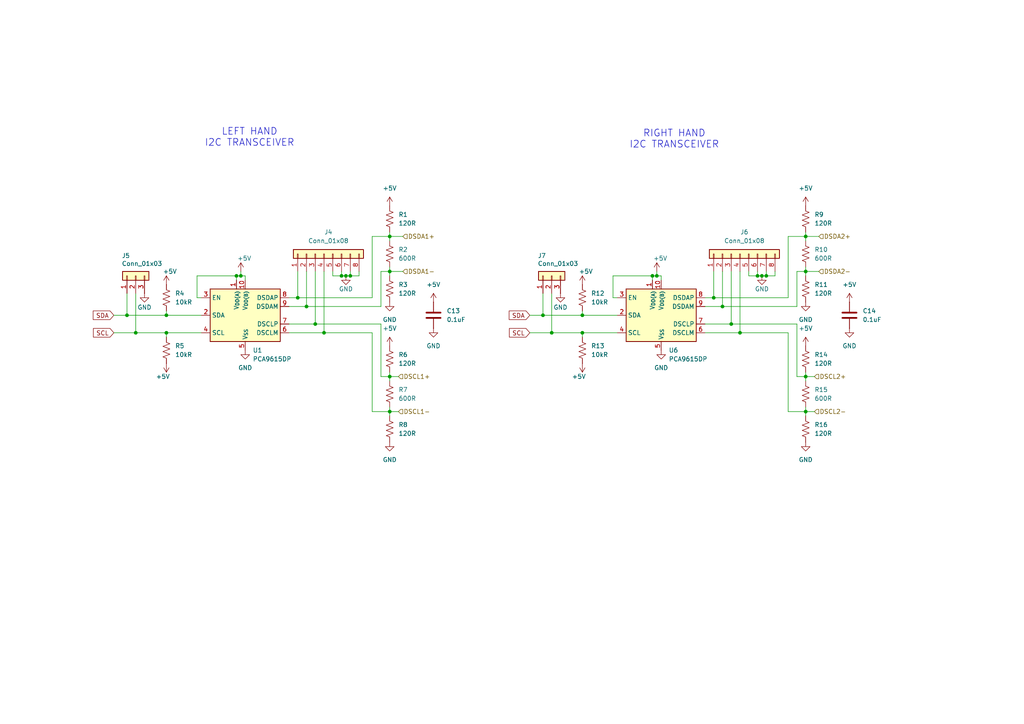
<source format=kicad_sch>
(kicad_sch (version 20231120) (generator "eeschema") (generator_version "8.0")
  (paper "A4")
  (lib_symbols
    (symbol "Connector_Generic:Conn_01x03" (pin_names (offset 1.016) hide)
      (property "Reference" "J" (at 0 5.08 0))
      (property "Value" "Conn_01x03" (at 0 -5.08 0))
      (symbol "Conn_01x03_1_1"
        (rectangle (start -1.27 -2.413) (end 0 -2.667) (stroke (width 0.1524)))
        (rectangle (start -1.27 0.127) (end 0 -0.127) (stroke (width 0.1524)))
        (rectangle (start -1.27 2.667) (end 0 2.413) (stroke (width 0.1524)))
        (rectangle (start -1.27 3.81) (end 1.27 -3.81) (stroke (width 0.254)) (fill (type background)))
        (pin passive line (at -5.08 2.54 0) (length 3.81) (name "Pin_1") (number "1"))
        (pin passive line (at -5.08 0 0) (length 3.81) (name "Pin_2") (number "2"))
        (pin passive line (at -5.08 -2.54 0) (length 3.81) (name "Pin_3") (number "3"))
      )
    )
    (symbol "Connector_Generic:Conn_01x08" (pin_names (offset 1.016) hide)
      (property "Reference" "J" (at 0 10.16 0))
      (property "Value" "Conn_01x08" (at 0 -12.7 0))
      (symbol "Conn_01x08_1_1"
        (rectangle (start -1.27 -10.033) (end 0 -10.287) (stroke (width 0.1524)))
        (rectangle (start -1.27 -7.493) (end 0 -7.747) (stroke (width 0.1524)))
        (rectangle (start -1.27 -4.953) (end 0 -5.207) (stroke (width 0.1524)))
        (rectangle (start -1.27 -2.413) (end 0 -2.667) (stroke (width 0.1524)))
        (rectangle (start -1.27 0.127) (end 0 -0.127) (stroke (width 0.1524)))
        (rectangle (start -1.27 2.667) (end 0 2.413) (stroke (width 0.1524)))
        (rectangle (start -1.27 5.207) (end 0 4.953) (stroke (width 0.1524)))
        (rectangle (start -1.27 7.747) (end 0 7.493) (stroke (width 0.1524)))
        (rectangle (start -1.27 8.89) (end 1.27 -11.43) (stroke (width 0.254)) (fill (type background)))
        (pin passive line (at -5.08 7.62 0) (length 3.81) (name "Pin_1") (number "1"))
        (pin passive line (at -5.08 5.08 0) (length 3.81) (name "Pin_2") (number "2"))
        (pin passive line (at -5.08 2.54 0) (length 3.81) (name "Pin_3") (number "3"))
        (pin passive line (at -5.08 0 0) (length 3.81) (name "Pin_4") (number "4"))
        (pin passive line (at -5.08 -2.54 0) (length 3.81) (name "Pin_5") (number "5"))
        (pin passive line (at -5.08 -5.08 0) (length 3.81) (name "Pin_6") (number "6"))
        (pin passive line (at -5.08 -7.62 0) (length 3.81) (name "Pin_7") (number "7"))
        (pin passive line (at -5.08 -10.16 0) (length 3.81) (name "Pin_8") (number "8"))
      )
    )
    (symbol "Device:C" (pin_numbers hide) (pin_names (offset 0.254))
      (property "Reference" "C" (at 0.635 2.54 0))
      (property "Value" "C" (at 0.635 -2.54 0))
      (symbol "C_0_1"
        (polyline (pts (xy -2.032 -0.762) (xy 2.032 -0.762)) (stroke (width 0.508)))
        (polyline (pts (xy -2.032 0.762) (xy 2.032 0.762)) (stroke (width 0.508)))
      )
      (symbol "C_1_1"
        (pin passive line (at 0 3.81 270) (length 2.794) (name "~") (number "1"))
        (pin passive line (at 0 -3.81 90) (length 2.794) (name "~") (number "2"))
      )
    )
    (symbol "Device:R_US" (pin_numbers hide) (pin_names (offset 0))
      (property "Reference" "R" (at 2.54 0 90))
      (property "Value" "R_US" (at -2.54 0 90))
      (symbol "R_US_0_1"
        (polyline (pts (xy 0 -2.286) (xy 0 -2.54)))
        (polyline (pts (xy 0 2.286) (xy 0 2.54)))
        (polyline (pts (xy 0 -0.762) (xy 1.016 -1.143) (xy 0 -1.524) (xy -1.016 -1.905) (xy 0 -2.286)))
        (polyline (pts (xy 0 0.762) (xy 1.016 0.381) (xy 0 0) (xy -1.016 -0.381) (xy 0 -0.762)))
        (polyline (pts (xy 0 2.286) (xy 1.016 1.905) (xy 0 1.524) (xy -1.016 1.143) (xy 0 0.762)))
      )
      (symbol "R_US_1_1"
        (pin passive line (at 0 3.81 270) (length 1.27) (name "~") (number "1"))
        (pin passive line (at 0 -3.81 90) (length 1.27) (name "~") (number "2"))
      )
    )
    (symbol "Interface:PCA9615DP"
      (property "Reference" "U" (at -10.16 8.89 0))
      (property "Value" "PCA9615DP" (at 1.27 8.89 0))
      (symbol "PCA9615DP_0_1"
        (rectangle (start -10.16 7.62) (end 10.16 -7.62) (stroke (width 0.254)) (fill (type background)))
      )
      (symbol "PCA9615DP_1_1"
        (pin power_in line (at -2.54 10.16 270) (length 2.54) (name "V_{DD(A)}") (number "1"))
        (pin power_in line (at 0 10.16 270) (length 2.54) (name "V_{DD(B)}") (number "10"))
        (pin bidirectional line (at -12.7 0 0) (length 2.54) (name "SDA") (number "2"))
        (pin input line (at -12.7 5.08 0) (length 2.54) (name "EN") (number "3"))
        (pin bidirectional line (at -12.7 -5.08 0) (length 2.54) (name "SCL") (number "4"))
        (pin power_in line (at 0 -10.16 90) (length 2.54) (name "V_{SS}") (number "5"))
        (pin bidirectional line (at 12.7 -5.08 180) (length 2.54) (name "DSCLM") (number "6"))
        (pin bidirectional line (at 12.7 -2.54 180) (length 2.54) (name "DSCLP") (number "7"))
        (pin bidirectional line (at 12.7 5.08 180) (length 2.54) (name "DSDAP") (number "8"))
        (pin bidirectional line (at 12.7 2.54 180) (length 2.54) (name "DSDAM") (number "9"))
      )
    )
    (symbol "power:+5V" (power) (pin_numbers hide) (pin_names (offset 0) hide)
      (property "Value" "+5V" (at 0 3.556 0))
      (symbol "+5V_0_1"
        (polyline (pts (xy -0.762 1.27) (xy 0 2.54)))
        (polyline (pts (xy 0 0) (xy 0 2.54)))
        (polyline (pts (xy 0 2.54) (xy 0.762 1.27)))
      )
      (symbol "+5V_1_1"
        (pin power_in line (at 0 0 90) (length 0) (name "~") (number "1"))
      )
    )
    (symbol "power:GND" (power) (pin_numbers hide) (pin_names (offset 0) hide)
      (property "Value" "GND" (at 0 -3.81 0))
      (symbol "GND_0_1"
        (polyline (pts (xy 0 0) (xy 0 -1.27) (xy 1.27 -1.27) (xy 0 -2.54) (xy -1.27 -1.27) (xy 0 -1.27)))
      )
      (symbol "GND_1_1"
        (pin power_in line (at 0 0 270) (length 0) (name "~") (number "1"))
      )
    )
  )
  (junction (at 160.02 96.52))
  (junction (at 113.03 78.74))
  (junction (at 86.36 86.36))
  (junction (at 209.55 88.9))
  (junction (at 157.48 91.44))
  (junction (at 219.71 80.01))
  (junction (at 220.98 80.01))
  (junction (at 212.09 93.98))
  (junction (at 68.58 80.01))
  (junction (at 233.68 78.74))
  (junction (at 233.68 119.38))
  (junction (at 190.5 80.01))
  (junction (at 168.91 96.52))
  (junction (at 222.25 80.01))
  (junction (at 100.33 80.01))
  (junction (at 93.98 96.52))
  (junction (at 69.85 80.01))
  (junction (at 36.83 91.44))
  (junction (at 101.6 80.01))
  (junction (at 189.23 80.01))
  (junction (at 113.03 109.22))
  (junction (at 168.91 91.44))
  (junction (at 113.03 68.58))
  (junction (at 99.06 80.01))
  (junction (at 48.26 91.44))
  (junction (at 233.68 68.58))
  (junction (at 207.01 86.36))
  (junction (at 91.44 93.98))
  (junction (at 233.68 109.22))
  (junction (at 39.37 96.52))
  (junction (at 214.63 96.52))
  (junction (at 48.26 96.52))
  (junction (at 113.03 119.38))
  (junction (at 88.9 88.9))
  (wire (pts (xy 224.79 78.74) (xy 224.79 80.01)))
  (wire (pts (xy 86.36 78.74) (xy 86.36 86.36)))
  (wire (pts (xy 190.5 78.74) (xy 190.5 80.01)))
  (wire (pts (xy 113.03 119.38) (xy 113.03 120.65)))
  (wire (pts (xy 236.22 109.22) (xy 233.68 109.22)))
  (wire (pts (xy 231.14 78.74) (xy 233.68 78.74)))
  (wire (pts (xy 100.33 80.01) (xy 99.06 80.01)))
  (wire (pts (xy 101.6 80.01) (xy 104.14 80.01)))
  (wire (pts (xy 88.9 88.9) (xy 110.49 88.9)))
  (wire (pts (xy 204.47 88.9) (xy 209.55 88.9)))
  (wire (pts (xy 113.03 68.58) (xy 116.84 68.58)))
  (wire (pts (xy 110.49 88.9) (xy 110.49 78.74)))
  (wire (pts (xy 113.03 118.11) (xy 113.03 119.38)))
  (wire (pts (xy 177.8 80.01) (xy 189.23 80.01)))
  (wire (pts (xy 222.25 78.74) (xy 222.25 80.01)))
  (wire (pts (xy 36.83 91.44) (xy 48.26 91.44)))
  (wire (pts (xy 107.95 96.52) (xy 107.95 119.38)))
  (wire (pts (xy 36.83 85.09) (xy 36.83 91.44)))
  (wire (pts (xy 91.44 93.98) (xy 110.49 93.98)))
  (wire (pts (xy 96.52 78.74) (xy 96.52 80.01)))
  (wire (pts (xy 160.02 96.52) (xy 168.91 96.52)))
  (wire (pts (xy 153.67 96.52) (xy 160.02 96.52)))
  (wire (pts (xy 190.5 80.01) (xy 191.77 80.01)))
  (wire (pts (xy 217.17 78.74) (xy 217.17 80.01)))
  (wire (pts (xy 179.07 86.36) (xy 177.8 86.36)))
  (wire (pts (xy 219.71 80.01) (xy 217.17 80.01)))
  (wire (pts (xy 93.98 78.74) (xy 93.98 96.52)))
  (wire (pts (xy 83.82 88.9) (xy 88.9 88.9)))
  (wire (pts (xy 100.33 80.01) (xy 101.6 80.01)))
  (wire (pts (xy 83.82 93.98) (xy 91.44 93.98)))
  (wire (pts (xy 107.95 68.58) (xy 113.03 68.58)))
  (wire (pts (xy 168.91 90.17) (xy 168.91 91.44)))
  (wire (pts (xy 189.23 81.28) (xy 189.23 80.01)))
  (wire (pts (xy 204.47 93.98) (xy 212.09 93.98)))
  (wire (pts (xy 110.49 78.74) (xy 113.03 78.74)))
  (wire (pts (xy 113.03 107.95) (xy 113.03 109.22)))
  (wire (pts (xy 153.67 91.44) (xy 157.48 91.44)))
  (wire (pts (xy 88.9 78.74) (xy 88.9 88.9)))
  (wire (pts (xy 157.48 85.09) (xy 157.48 91.44)))
  (wire (pts (xy 113.03 77.47) (xy 113.03 78.74)))
  (wire (pts (xy 168.91 96.52) (xy 168.91 97.79)))
  (wire (pts (xy 68.58 81.28) (xy 68.58 80.01)))
  (wire (pts (xy 209.55 78.74) (xy 209.55 88.9)))
  (wire (pts (xy 231.14 109.22) (xy 233.68 109.22)))
  (wire (pts (xy 231.14 88.9) (xy 231.14 78.74)))
  (wire (pts (xy 233.68 78.74) (xy 237.49 78.74)))
  (wire (pts (xy 189.23 80.01) (xy 190.5 80.01)))
  (wire (pts (xy 39.37 85.09) (xy 39.37 96.52)))
  (wire (pts (xy 233.68 107.95) (xy 233.68 109.22)))
  (wire (pts (xy 110.49 93.98) (xy 110.49 109.22)))
  (wire (pts (xy 33.02 96.52) (xy 39.37 96.52)))
  (wire (pts (xy 233.68 77.47) (xy 233.68 78.74)))
  (wire (pts (xy 207.01 86.36) (xy 228.6 86.36)))
  (wire (pts (xy 214.63 96.52) (xy 228.6 96.52)))
  (wire (pts (xy 115.57 109.22) (xy 113.03 109.22)))
  (wire (pts (xy 228.6 119.38) (xy 233.68 119.38)))
  (wire (pts (xy 57.15 86.36) (xy 57.15 80.01)))
  (wire (pts (xy 113.03 78.74) (xy 113.03 80.01)))
  (wire (pts (xy 222.25 80.01) (xy 224.79 80.01)))
  (wire (pts (xy 107.95 119.38) (xy 113.03 119.38)))
  (wire (pts (xy 107.95 86.36) (xy 107.95 68.58)))
  (wire (pts (xy 233.68 119.38) (xy 233.68 120.65)))
  (wire (pts (xy 69.85 78.74) (xy 69.85 80.01)))
  (wire (pts (xy 191.77 80.01) (xy 191.77 81.28)))
  (wire (pts (xy 168.91 96.52) (xy 179.07 96.52)))
  (wire (pts (xy 99.06 78.74) (xy 99.06 80.01)))
  (wire (pts (xy 214.63 78.74) (xy 214.63 96.52)))
  (wire (pts (xy 233.68 67.31) (xy 233.68 68.58)))
  (wire (pts (xy 71.12 80.01) (xy 71.12 81.28)))
  (wire (pts (xy 220.98 80.01) (xy 222.25 80.01)))
  (wire (pts (xy 160.02 85.09) (xy 160.02 96.52)))
  (wire (pts (xy 113.03 67.31) (xy 113.03 68.58)))
  (wire (pts (xy 228.6 96.52) (xy 228.6 119.38)))
  (wire (pts (xy 101.6 78.74) (xy 101.6 80.01)))
  (wire (pts (xy 177.8 86.36) (xy 177.8 80.01)))
  (wire (pts (xy 113.03 78.74) (xy 116.84 78.74)))
  (wire (pts (xy 68.58 80.01) (xy 69.85 80.01)))
  (wire (pts (xy 220.98 80.01) (xy 219.71 80.01)))
  (wire (pts (xy 115.57 119.38) (xy 113.03 119.38)))
  (wire (pts (xy 228.6 68.58) (xy 233.68 68.58)))
  (wire (pts (xy 212.09 93.98) (xy 231.14 93.98)))
  (wire (pts (xy 228.6 86.36) (xy 228.6 68.58)))
  (wire (pts (xy 231.14 93.98) (xy 231.14 109.22)))
  (wire (pts (xy 48.26 91.44) (xy 58.42 91.44)))
  (wire (pts (xy 83.82 86.36) (xy 86.36 86.36)))
  (wire (pts (xy 233.68 68.58) (xy 237.49 68.58)))
  (wire (pts (xy 57.15 80.01) (xy 68.58 80.01)))
  (wire (pts (xy 48.26 96.52) (xy 58.42 96.52)))
  (wire (pts (xy 33.02 91.44) (xy 36.83 91.44)))
  (wire (pts (xy 48.26 90.17) (xy 48.26 91.44)))
  (wire (pts (xy 204.47 96.52) (xy 214.63 96.52)))
  (wire (pts (xy 157.48 91.44) (xy 168.91 91.44)))
  (wire (pts (xy 207.01 78.74) (xy 207.01 86.36)))
  (wire (pts (xy 104.14 78.74) (xy 104.14 80.01)))
  (wire (pts (xy 233.68 78.74) (xy 233.68 80.01)))
  (wire (pts (xy 69.85 80.01) (xy 71.12 80.01)))
  (wire (pts (xy 110.49 109.22) (xy 113.03 109.22)))
  (wire (pts (xy 93.98 96.52) (xy 107.95 96.52)))
  (wire (pts (xy 204.47 86.36) (xy 207.01 86.36)))
  (wire (pts (xy 113.03 109.22) (xy 113.03 110.49)))
  (wire (pts (xy 91.44 78.74) (xy 91.44 93.98)))
  (wire (pts (xy 48.26 96.52) (xy 48.26 97.79)))
  (wire (pts (xy 219.71 78.74) (xy 219.71 80.01)))
  (wire (pts (xy 233.68 68.58) (xy 233.68 69.85)))
  (wire (pts (xy 113.03 68.58) (xy 113.03 69.85)))
  (wire (pts (xy 233.68 109.22) (xy 233.68 110.49)))
  (wire (pts (xy 209.55 88.9) (xy 231.14 88.9)))
  (wire (pts (xy 212.09 78.74) (xy 212.09 93.98)))
  (wire (pts (xy 39.37 96.52) (xy 48.26 96.52)))
  (wire (pts (xy 58.42 86.36) (xy 57.15 86.36)))
  (wire (pts (xy 99.06 80.01) (xy 96.52 80.01)))
  (wire (pts (xy 233.68 118.11) (xy 233.68 119.38)))
  (wire (pts (xy 86.36 86.36) (xy 107.95 86.36)))
  (wire (pts (xy 83.82 96.52) (xy 93.98 96.52)))
  (wire (pts (xy 236.22 119.38) (xy 233.68 119.38)))
  (wire (pts (xy 168.91 91.44) (xy 179.07 91.44)))
  (text "LEFT HAND\nI2C TRANSCEIVER\n" (at 72.39 39.878 0) (effects (font (size 2 2))))
  (text "RIGHT HAND\nI2C TRANSCEIVER\n" (at 195.58 40.386 0) (effects (font (size 2 2))))
  (global_label "SDA" (shape input) (at 33.02 91.44 180) (property "Intersheetrefs" "${INTERSHEET_REFS}" (effects (hide yes))))
  (global_label "SCL" (shape input) (at 153.67 96.52 180) (property "Intersheetrefs" "${INTERSHEET_REFS}" (effects (hide yes))))
  (global_label "SDA" (shape input) (at 153.67 91.44 180) (property "Intersheetrefs" "${INTERSHEET_REFS}" (effects (hide yes))))
  (global_label "SCL" (shape input) (at 33.02 96.52 180) (property "Intersheetrefs" "${INTERSHEET_REFS}" (effects (hide yes))))
  (hierarchical_label "DSDA1+" (shape input) (at 116.84 68.58 0))
  (hierarchical_label "DSCL2-" (shape input) (at 236.22 119.38 0))
  (hierarchical_label "DSDA2+" (shape input) (at 237.49 68.58 0))
  (hierarchical_label "DSCL2+" (shape input) (at 236.22 109.22 0))
  (hierarchical_label "DSCL1-" (shape input) (at 115.57 119.38 0))
  (hierarchical_label "DSDA1-" (shape input) (at 116.84 78.74 0))
  (hierarchical_label "DSDA2-" (shape input) (at 237.49 78.74 0))
  (hierarchical_label "DSCL1+" (shape input) (at 115.57 109.22 0))
  (symbol (lib_id "power:+5V") (at 246.38 87.63 0) (unit 1)
    (property "Reference" "#PWR056" (effects (hide yes)))
    (property "Value" "+5V" (at 246.38 82.55 0))
    (property "Description" "Power symbol creates a global label with name \"+5V\"" (effects (hide yes)))
  )
  (symbol (lib_id "power:GND") (at 125.73 95.25 0) (unit 1)
    (property "Reference" "#PWR045" (effects (hide yes)))
    (property "Value" "GND" (at 125.73 100.33 0))
    (property "Description" "Power symbol creates a global label with name \"GND\" , ground" (effects (hide yes)))
  )
  (symbol (lib_id "Device:R_US") (at 233.68 104.14 0) (unit 1)
    (property "Reference" "R14" (at 236.22 102.8699 0) (effects (justify left)))
    (property "Value" "120R" (at 236.22 105.4099 0) (effects (justify left)))
    (property "Description" "Resistor, US symbol" (effects (hide yes)))
  )
  (symbol (lib_id "Device:R_US") (at 113.03 73.66 0) (unit 1)
    (property "Reference" "R2" (at 115.57 72.3899 0) (effects (justify left)))
    (property "Value" "600R" (at 115.57 74.9299 0) (effects (justify left)))
    (property "Description" "Resistor, US symbol" (effects (hide yes)))
  )
  (symbol (lib_id "power:+5V") (at 168.91 82.55 0) (unit 1)
    (property "Reference" "#PWR053" (effects (hide yes)))
    (property "Value" "+5V" (at 169.926 78.74 0))
    (property "Description" "Power symbol creates a global label with name \"+5V\"" (effects (hide yes)))
  )
  (symbol (lib_id "Interface:PCA9615DP") (at 71.12 91.44 0) (unit 1)
    (property "Reference" "U1" (at 73.3141 101.6 0) (effects (justify left)))
    (property "Value" "PCA9615DP" (at 73.3141 104.14 0) (effects (justify left)))
    (property "Footprint" "Package_SO:TSSOP-10_3x3mm_P0.5mm" (effects (hide yes)))
    (property "Datasheet" "https://www.nxp.com/docs/en/data-sheet/PCA9615.pdf" (effects (hide yes)))
    (property "Description" "Dual bidirectional hot-swap multipoint bus buffer, SO-8" (effects (hide yes)))
    (property "Digikey" "https://www.digikey.ca/en/products/detail/nxp-usa-inc/PCA9615DPZ/14635231" (effects (hide yes)))
  )
  (symbol (lib_id "Device:R_US") (at 113.03 104.14 0) (unit 1)
    (property "Reference" "R6" (at 115.57 102.8699 0) (effects (justify left)))
    (property "Value" "120R" (at 115.57 105.4099 0) (effects (justify left)))
    (property "Description" "Resistor, US symbol" (effects (hide yes)))
  )
  (symbol (lib_id "Device:R_US") (at 113.03 63.5 0) (unit 1)
    (property "Reference" "R1" (at 115.57 62.2299 0) (effects (justify left)))
    (property "Value" "120R" (at 115.57 64.7699 0) (effects (justify left)))
    (property "Description" "Resistor, US symbol" (effects (hide yes)))
  )
  (symbol (lib_id "power:GND") (at 100.33 80.01 0) (unit 1)
    (property "Reference" "#PWR032" (effects (hide yes)))
    (property "Value" "GND" (at 100.33 83.82 0))
    (property "Description" "Power symbol creates a global label with name \"GND\" , ground" (effects (hide yes)))
  )
  (symbol (lib_id "power:+5V") (at 233.68 59.69 0) (unit 1)
    (property "Reference" "#PWR050" (effects (hide yes)))
    (property "Value" "+5V" (at 233.68 54.61 0))
    (property "Description" "Power symbol creates a global label with name \"+5V\"" (effects (hide yes)))
  )
  (symbol (lib_id "power:GND") (at 113.03 128.27 0) (unit 1)
    (property "Reference" "#PWR049" (effects (hide yes)))
    (property "Value" "GND" (at 113.03 133.35 0))
    (property "Description" "Power symbol creates a global label with name \"GND\" , ground" (effects (hide yes)))
  )
  (symbol (lib_id "power:+5V") (at 168.91 105.41 180) (unit 1)
    (property "Reference" "#PWR060" (effects (hide yes)))
    (property "Value" "+5V" (at 167.894 109.22 0))
    (property "Description" "Power symbol creates a global label with name \"+5V\"" (effects (hide yes)))
  )
  (symbol (lib_id "Connector_Generic:Conn_01x08") (at 214.63 73.66 90) (unit 1)
    (property "Reference" "J6" (at 215.9 67.31 90))
    (property "Value" "Conn_01x08" (at 215.9 69.85 90))
    (property "Footprint" "Connector_PinHeader_2.54mm:PinHeader_1x08_P2.54mm_Vertical" (effects (hide yes)))
    (property "Description" "Generic connector, single row, 01x08, script generated (kicad-library-utils/schlib/autogen/connector/)" (effects (hide yes)))
  )
  (symbol (lib_id "power:GND") (at 233.68 128.27 0) (unit 1)
    (property "Reference" "#PWR061" (effects (hide yes)))
    (property "Value" "GND" (at 233.68 133.35 0))
    (property "Description" "Power symbol creates a global label with name \"GND\" , ground" (effects (hide yes)))
  )
  (symbol (lib_id "power:+5V") (at 233.68 100.33 0) (unit 1)
    (property "Reference" "#PWR058" (effects (hide yes)))
    (property "Value" "+5V" (at 233.68 95.25 0))
    (property "Description" "Power symbol creates a global label with name \"+5V\"" (effects (hide yes)))
  )
  (symbol (lib_id "power:+5V") (at 48.26 82.55 0) (unit 1)
    (property "Reference" "#PWR041" (effects (hide yes)))
    (property "Value" "+5V" (at 49.276 78.74 0))
    (property "Description" "Power symbol creates a global label with name \"+5V\"" (effects (hide yes)))
  )
  (symbol (lib_id "Device:R_US") (at 233.68 114.3 0) (unit 1)
    (property "Reference" "R15" (at 236.22 113.0299 0) (effects (justify left)))
    (property "Value" "600R" (at 236.22 115.5699 0) (effects (justify left)))
    (property "Description" "Resistor, US symbol" (effects (hide yes)))
  )
  (symbol (lib_id "power:GND") (at 191.77 101.6 0) (unit 1)
    (property "Reference" "#PWR059" (effects (hide yes)))
    (property "Value" "GND" (at 191.77 106.68 0))
    (property "Description" "Power symbol creates a global label with name \"GND\" , ground" (effects (hide yes)))
  )
  (symbol (lib_id "power:GND") (at 113.03 87.63 0) (unit 1)
    (property "Reference" "#PWR043" (effects (hide yes)))
    (property "Value" "GND" (at 113.03 92.71 0))
    (property "Description" "Power symbol creates a global label with name \"GND\" , ground" (effects (hide yes)))
  )
  (symbol (lib_id "power:+5V") (at 113.03 59.69 0) (unit 1)
    (property "Reference" "#PWR030" (effects (hide yes)))
    (property "Value" "+5V" (at 113.03 54.61 0))
    (property "Description" "Power symbol creates a global label with name \"+5V\"" (effects (hide yes)))
  )
  (symbol (lib_id "Device:R_US") (at 233.68 83.82 0) (unit 1)
    (property "Reference" "R11" (at 236.22 82.5499 0) (effects (justify left)))
    (property "Value" "120R" (at 236.22 85.0899 0) (effects (justify left)))
    (property "Description" "Resistor, US symbol" (effects (hide yes)))
  )
  (symbol (lib_id "Device:R_US") (at 113.03 114.3 0) (unit 1)
    (property "Reference" "R7" (at 115.57 113.0299 0) (effects (justify left)))
    (property "Value" "600R" (at 115.57 115.5699 0) (effects (justify left)))
    (property "Description" "Resistor, US symbol" (effects (hide yes)))
  )
  (symbol (lib_id "power:GND") (at 162.56 85.09 0) (unit 1)
    (property "Reference" "#PWR054" (effects (hide yes)))
    (property "Value" "GND" (at 162.56 89.154 0))
    (property "Description" "Power symbol creates a global label with name \"GND\" , ground" (effects (hide yes)))
  )
  (symbol (lib_id "Device:R_US") (at 168.91 101.6 0) (unit 1)
    (property "Reference" "R13" (at 171.45 100.3299 0) (effects (justify left)))
    (property "Value" "10kR" (at 171.45 102.8699 0) (effects (justify left)))
    (property "Description" "Resistor, US symbol" (effects (hide yes)))
  )
  (symbol (lib_id "Device:R_US") (at 113.03 124.46 0) (unit 1)
    (property "Reference" "R8" (at 115.57 123.1899 0) (effects (justify left)))
    (property "Value" "120R" (at 115.57 125.7299 0) (effects (justify left)))
    (property "Description" "Resistor, US symbol" (effects (hide yes)))
  )
  (symbol (lib_id "power:GND") (at 220.98 80.01 0) (unit 1)
    (property "Reference" "#PWR052" (effects (hide yes)))
    (property "Value" "GND" (at 220.98 83.82 0))
    (property "Description" "Power symbol creates a global label with name \"GND\" , ground" (effects (hide yes)))
  )
  (symbol (lib_id "Connector_Generic:Conn_01x08") (at 93.98 73.66 90) (unit 1)
    (property "Reference" "J4" (at 95.25 67.31 90))
    (property "Value" "Conn_01x08" (at 95.25 69.85 90))
    (property "Footprint" "Connector_PinHeader_2.54mm:PinHeader_1x08_P2.54mm_Vertical" (effects (hide yes)))
    (property "Description" "Generic connector, single row, 01x08, script generated (kicad-library-utils/schlib/autogen/connector/)" (effects (hide yes)))
  )
  (symbol (lib_id "Device:R_US") (at 233.68 73.66 0) (unit 1)
    (property "Reference" "R10" (at 236.22 72.3899 0) (effects (justify left)))
    (property "Value" "600R" (at 236.22 74.9299 0) (effects (justify left)))
    (property "Description" "Resistor, US symbol" (effects (hide yes)))
  )
  (symbol (lib_id "Device:R_US") (at 48.26 86.36 0) (unit 1)
    (property "Reference" "R4" (at 50.8 85.0899 0) (effects (justify left)))
    (property "Value" "10kR" (at 50.8 87.6299 0) (effects (justify left)))
    (property "Description" "Resistor, US symbol" (effects (hide yes)))
  )
  (symbol (lib_id "power:+5V") (at 48.26 105.41 180) (unit 1)
    (property "Reference" "#PWR048" (effects (hide yes)))
    (property "Value" "+5V" (at 47.244 109.22 0))
    (property "Description" "Power symbol creates a global label with name \"+5V\"" (effects (hide yes)))
  )
  (symbol (lib_id "Device:R_US") (at 48.26 101.6 0) (unit 1)
    (property "Reference" "R5" (at 50.8 100.3299 0) (effects (justify left)))
    (property "Value" "10kR" (at 50.8 102.8699 0) (effects (justify left)))
    (property "Description" "Resistor, US symbol" (effects (hide yes)))
  )
  (symbol (lib_id "power:+5V") (at 113.03 100.33 0) (unit 1)
    (property "Reference" "#PWR046" (effects (hide yes)))
    (property "Value" "+5V" (at 113.03 95.25 0))
    (property "Description" "Power symbol creates a global label with name \"+5V\"" (effects (hide yes)))
  )
  (symbol (lib_id "Device:R_US") (at 168.91 86.36 0) (unit 1)
    (property "Reference" "R12" (at 171.45 85.0899 0) (effects (justify left)))
    (property "Value" "10kR" (at 171.45 87.6299 0) (effects (justify left)))
    (property "Description" "Resistor, US symbol" (effects (hide yes)))
  )
  (symbol (lib_id "Device:C") (at 125.73 91.44 0) (unit 1)
    (property "Reference" "C13" (at 129.54 90.1699 0) (effects (justify left)))
    (property "Value" "0.1uF" (at 129.54 92.7099 0) (effects (justify left)))
    (property "Footprint" "Capacitor_THT:C_Disc_D8.0mm_W2.5mm_P5.00mm" (effects (hide yes)))
    (property "Description" "Unpolarized capacitor" (effects (hide yes)))
    (property "Digikey" "https://www.digikey.ca/en/products/detail/vishay-beyschlag-draloric-bc-components/K104K10X7RF5UH5/2356754" (effects (hide yes)))
  )
  (symbol (lib_id "power:+5V") (at 125.73 87.63 0) (unit 1)
    (property "Reference" "#PWR044" (effects (hide yes)))
    (property "Value" "+5V" (at 125.73 82.55 0))
    (property "Description" "Power symbol creates a global label with name \"+5V\"" (effects (hide yes)))
  )
  (symbol (lib_id "Connector_Generic:Conn_01x03") (at 39.37 80.01 90) (unit 1)
    (property "Reference" "J5" (at 35.306 74.168 90) (effects (justify right)))
    (property "Value" "Conn_01x03" (at 35.306 76.454 90) (effects (justify right)))
    (property "Footprint" "Connector_PinHeader_2.54mm:PinHeader_1x03_P2.54mm_Vertical" (effects (hide yes)))
    (property "Description" "Generic connector, single row, 01x03, script generated (kicad-library-utils/schlib/autogen/connector/)" (effects (hide yes)))
  )
  (symbol (lib_id "power:GND") (at 246.38 95.25 0) (unit 1)
    (property "Reference" "#PWR057" (effects (hide yes)))
    (property "Value" "GND" (at 246.38 100.33 0))
    (property "Description" "Power symbol creates a global label with name \"GND\" , ground" (effects (hide yes)))
  )
  (symbol (lib_id "power:+5V") (at 69.85 78.74 0) (unit 1)
    (property "Reference" "#PWR031" (effects (hide yes)))
    (property "Value" "+5V" (at 70.866 74.93 0))
    (property "Description" "Power symbol creates a global label with name \"+5V\"" (effects (hide yes)))
  )
  (symbol (lib_id "power:GND") (at 71.12 101.6 0) (unit 1)
    (property "Reference" "#PWR047" (effects (hide yes)))
    (property "Value" "GND" (at 71.12 106.68 0))
    (property "Description" "Power symbol creates a global label with name \"GND\" , ground" (effects (hide yes)))
  )
  (symbol (lib_id "power:GND") (at 41.91 85.09 0) (unit 1)
    (property "Reference" "#PWR042" (effects (hide yes)))
    (property "Value" "GND" (at 41.91 89.154 0))
    (property "Description" "Power symbol creates a global label with name \"GND\" , ground" (effects (hide yes)))
  )
  (symbol (lib_id "Connector_Generic:Conn_01x03") (at 160.02 80.01 90) (unit 1)
    (property "Reference" "J7" (at 155.956 74.168 90) (effects (justify right)))
    (property "Value" "Conn_01x03" (at 155.956 76.454 90) (effects (justify right)))
    (property "Footprint" "Connector_PinHeader_2.54mm:PinHeader_1x03_P2.54mm_Vertical" (effects (hide yes)))
    (property "Description" "Generic connector, single row, 01x03, script generated (kicad-library-utils/schlib/autogen/connector/)" (effects (hide yes)))
  )
  (symbol (lib_id "power:+5V") (at 190.5 78.74 0) (unit 1)
    (property "Reference" "#PWR051" (effects (hide yes)))
    (property "Value" "+5V" (at 191.516 74.93 0))
    (property "Description" "Power symbol creates a global label with name \"+5V\"" (effects (hide yes)))
  )
  (symbol (lib_id "Device:C") (at 246.38 91.44 0) (unit 1)
    (property "Reference" "C14" (at 250.19 90.1699 0) (effects (justify left)))
    (property "Value" "0.1uF" (at 250.19 92.7099 0) (effects (justify left)))
    (property "Footprint" "Capacitor_THT:C_Disc_D8.0mm_W2.5mm_P5.00mm" (effects (hide yes)))
    (property "Description" "Unpolarized capacitor" (effects (hide yes)))
    (property "Digikey" "https://www.digikey.ca/en/products/detail/vishay-beyschlag-draloric-bc-components/K104K10X7RF5UH5/2356754" (effects (hide yes)))
  )
  (symbol (lib_id "Interface:PCA9615DP") (at 191.77 91.44 0) (unit 1)
    (property "Reference" "U6" (at 193.9641 101.6 0) (effects (justify left)))
    (property "Value" "PCA9615DP" (at 193.9641 104.14 0) (effects (justify left)))
    (property "Footprint" "Package_SO:TSSOP-10_3x3mm_P0.5mm" (effects (hide yes)))
    (property "Datasheet" "https://www.nxp.com/docs/en/data-sheet/PCA9615.pdf" (effects (hide yes)))
    (property "Description" "Dual bidirectional hot-swap multipoint bus buffer, SO-8" (effects (hide yes)))
    (property "Digikey" "https://www.digikey.ca/en/products/detail/nxp-usa-inc/PCA9615DPZ/14635231" (effects (hide yes)))
  )
  (symbol (lib_id "Device:R_US") (at 233.68 124.46 0) (unit 1)
    (property "Reference" "R16" (at 236.22 123.1899 0) (effects (justify left)))
    (property "Value" "120R" (at 236.22 125.7299 0) (effects (justify left)))
    (property "Description" "Resistor, US symbol" (effects (hide yes)))
  )
  (symbol (lib_id "Device:R_US") (at 113.03 83.82 0) (unit 1)
    (property "Reference" "R3" (at 115.57 82.5499 0) (effects (justify left)))
    (property "Value" "120R" (at 115.57 85.0899 0) (effects (justify left)))
    (property "Description" "Resistor, US symbol" (effects (hide yes)))
  )
  (symbol (lib_id "power:GND") (at 233.68 87.63 0) (unit 1)
    (property "Reference" "#PWR055" (effects (hide yes)))
    (property "Value" "GND" (at 233.68 92.71 0))
    (property "Description" "Power symbol creates a global label with name \"GND\" , ground" (effects (hide yes)))
  )
  (symbol (lib_id "Device:R_US") (at 233.68 63.5 0) (unit 1)
    (property "Reference" "R9" (at 236.22 62.2299 0) (effects (justify left)))
    (property "Value" "120R" (at 236.22 64.7699 0) (effects (justify left)))
    (property "Description" "Resistor, US symbol" (effects (hide yes)))
  )
)
</source>
